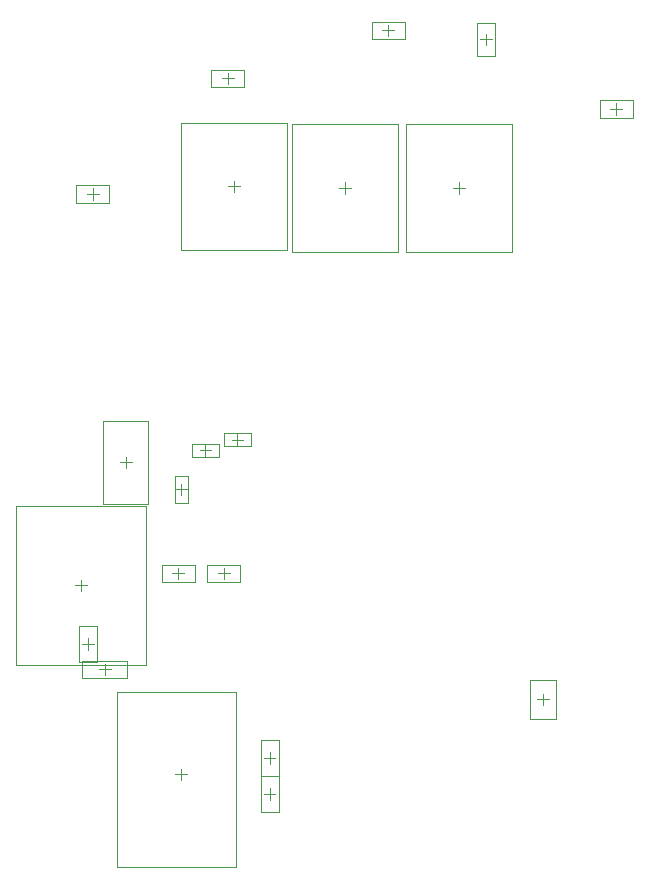
<source format=gbr>
%TF.GenerationSoftware,Altium Limited,Altium Designer,18.1.6 (161)*%
G04 Layer_Color=32768*
%FSLAX26Y26*%
%MOIN*%
%TF.FileFunction,Other,Mechanical_15*%
%TF.Part,Single*%
G01*
G75*
%TA.AperFunction,NonConductor*%
%ADD68C,0.003937*%
%ADD86C,0.001968*%
D68*
X2160000Y2305315D02*
Y2344685D01*
X2140315Y2325000D02*
X2179685D01*
X3620000Y2205315D02*
Y2244685D01*
X3600315Y2225000D02*
X3639685D01*
X2556968Y2625315D02*
Y2664685D01*
X2537283Y2645000D02*
X2576653D01*
X2210315Y3015000D02*
X2249685D01*
X2230000Y2995315D02*
Y3034685D01*
X2080000Y2585315D02*
Y2624685D01*
X2060315Y2605000D02*
X2099685D01*
X2570315Y3935000D02*
X2609685D01*
X2590000Y3915315D02*
Y3954685D01*
X2940315Y3930000D02*
X2979685D01*
X2960000Y3910315D02*
Y3949685D01*
X3320315Y3930000D02*
X3359685D01*
X3340000Y3910315D02*
Y3949685D01*
X2385315Y2645000D02*
X2424685D01*
X2405000Y2625315D02*
Y2664685D01*
X2100315Y3910000D02*
X2139685D01*
X2120000Y3890315D02*
Y3929685D01*
X2550433Y4295000D02*
X2589803D01*
X2570118Y4275315D02*
Y4314685D01*
X3085315Y4455000D02*
X3124685D01*
X3105000Y4435315D02*
Y4474685D01*
X3430000Y4405315D02*
Y4444685D01*
X3410315Y4425000D02*
X3449685D01*
X3845312Y4193175D02*
X3884682D01*
X3864997Y4173490D02*
Y4212860D01*
X2395315Y1975000D02*
X2434685D01*
X2415000Y1955315D02*
Y1994685D01*
D86*
X2074764Y2350945D02*
X2133819D01*
X2074764Y2469055D02*
X2133819D01*
X2074764Y2350945D02*
Y2469055D01*
X2133819Y2350945D02*
Y2469055D01*
X2104291Y2391299D02*
Y2428701D01*
X2085591Y2410000D02*
X2122992D01*
X2691299Y2030000D02*
X2728701D01*
X2710000Y2011299D02*
Y2048701D01*
X2739528Y1970945D02*
Y2089055D01*
X2680472Y1970945D02*
Y2089055D01*
X2739528D01*
X2680472Y1970945D02*
X2739528D01*
X2691299Y1910000D02*
X2728701D01*
X2710000Y1891299D02*
Y1928701D01*
X2739528Y1850945D02*
Y1969055D01*
X2680472Y1850945D02*
Y1969055D01*
X2739528D01*
X2680472Y1850945D02*
X2739528D01*
X2085197Y2353543D02*
X2234803D01*
Y2296457D02*
Y2353543D01*
X2085197Y2296457D02*
Y2353543D01*
Y2296457D02*
X2234803D01*
X3576693Y2289961D02*
X3663307D01*
X3576693Y2160039D02*
X3663307D01*
Y2289961D01*
X3576693Y2160039D02*
Y2289961D01*
X2501850Y2615472D02*
X2612087D01*
X2501850Y2674528D02*
X2612087D01*
Y2615472D02*
Y2674528D01*
X2501850Y2615472D02*
Y2674528D01*
X2155197Y2875236D02*
Y3154764D01*
X2304803Y2875236D02*
Y3154764D01*
X2155197Y2875236D02*
X2304803D01*
X2155197Y3154764D02*
X2304803D01*
X1863465Y2870748D02*
X2296535D01*
X1863465Y2339252D02*
X2296535D01*
X1863465D02*
Y2870748D01*
X2296535Y2339252D02*
Y2870748D01*
X2412835Y3722402D02*
Y4147598D01*
X2767165Y3722402D02*
Y4147598D01*
X2412835D02*
X2767165D01*
X2412835Y3722402D02*
X2767165D01*
X2782835Y3717402D02*
Y4142598D01*
X3137165Y3717402D02*
Y4142598D01*
X2782835D02*
X3137165D01*
X2782835Y3717402D02*
X3137165D01*
X3162835D02*
Y4142598D01*
X3517165Y3717402D02*
Y4142598D01*
X3162835D02*
X3517165D01*
X3162835Y3717402D02*
X3517165D01*
X2349882Y2615472D02*
Y2674528D01*
X2460118Y2615472D02*
Y2674528D01*
X2349882D02*
X2460118D01*
X2349882Y2615472D02*
X2460118D01*
X2175118Y3880472D02*
Y3939528D01*
X2064882Y3880472D02*
Y3939528D01*
Y3880472D02*
X2175118D01*
X2064882Y3939528D02*
X2175118D01*
X2625236Y4265472D02*
Y4324528D01*
X2515000Y4265472D02*
Y4324528D01*
Y4265472D02*
X2625236D01*
X2515000Y4324528D02*
X2625236D01*
X3049882Y4425472D02*
Y4484528D01*
X3160118Y4425472D02*
Y4484528D01*
X3049882D02*
X3160118D01*
X3049882Y4425472D02*
X3160118D01*
X3400472Y4480118D02*
X3459528D01*
X3400472Y4369882D02*
X3459528D01*
Y4480118D01*
X3400472Y4369882D02*
Y4480118D01*
X3920115Y4163648D02*
Y4222703D01*
X3809879Y4163648D02*
Y4222703D01*
Y4163648D02*
X3920115D01*
X3809879Y4222703D02*
X3920115D01*
X2647835Y3068347D02*
Y3111654D01*
X2557284Y3068347D02*
Y3111654D01*
Y3068347D02*
X2647835D01*
X2557284Y3111654D02*
X2647835D01*
X2583858Y3090000D02*
X2621260D01*
X2602559Y3071299D02*
Y3108701D01*
X2540276Y3033346D02*
Y3076653D01*
X2449724Y3033346D02*
Y3076653D01*
Y3033346D02*
X2540276D01*
X2449724Y3076653D02*
X2540276D01*
X2476299Y3055000D02*
X2513701D01*
X2495000Y3036299D02*
Y3073701D01*
X2200433Y2248622D02*
X2596102D01*
X2200433Y1667913D02*
Y2248622D01*
Y1667913D02*
X2596102D01*
Y2248622D01*
X2393347Y2970276D02*
X2436654D01*
X2393347Y2879724D02*
X2436654D01*
Y2970276D01*
X2393347Y2879724D02*
Y2970276D01*
X2415000Y2906299D02*
Y2943701D01*
X2396299Y2925000D02*
X2433701D01*
%TF.MD5,5cc19a6691aade09df30d5b913bb910a*%
M02*

</source>
